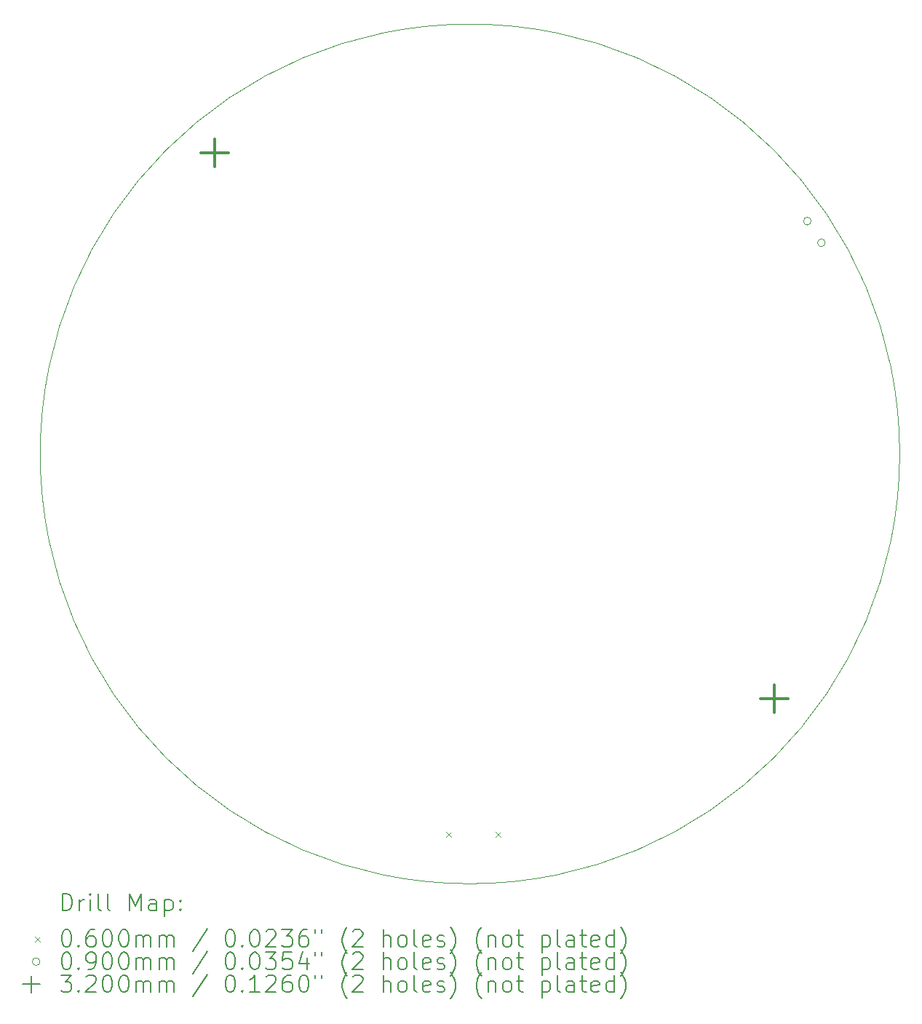
<source format=gbr>
%TF.GenerationSoftware,KiCad,Pcbnew,8.0.2*%
%TF.CreationDate,2025-04-19T12:26:09+02:00*%
%TF.ProjectId,WRadioLogo,57526164-696f-44c6-9f67-6f2e6b696361,rev?*%
%TF.SameCoordinates,Original*%
%TF.FileFunction,Drillmap*%
%TF.FilePolarity,Positive*%
%FSLAX45Y45*%
G04 Gerber Fmt 4.5, Leading zero omitted, Abs format (unit mm)*
G04 Created by KiCad (PCBNEW 8.0.2) date 2025-04-19 12:26:09*
%MOMM*%
%LPD*%
G01*
G04 APERTURE LIST*
%ADD10C,0.050000*%
%ADD11C,0.200000*%
%ADD12C,0.100000*%
%ADD13C,0.320000*%
G04 APERTURE END LIST*
D10*
X18563600Y-10002500D02*
G75*
G02*
X8563600Y-10002500I-5000000J0D01*
G01*
X8563600Y-10002500D02*
G75*
G02*
X18563600Y-10002500I5000000J0D01*
G01*
D11*
D12*
X13285500Y-14398650D02*
X13345500Y-14458650D01*
X13345500Y-14398650D02*
X13285500Y-14458650D01*
X13863500Y-14398650D02*
X13923500Y-14458650D01*
X13923500Y-14398650D02*
X13863500Y-14458650D01*
X17533304Y-7294199D02*
G75*
G02*
X17443304Y-7294199I-45000J0D01*
G01*
X17443304Y-7294199D02*
G75*
G02*
X17533304Y-7294199I45000J0D01*
G01*
X17696696Y-7545800D02*
G75*
G02*
X17606696Y-7545800I-45000J0D01*
G01*
X17606696Y-7545800D02*
G75*
G02*
X17696696Y-7545800I45000J0D01*
G01*
D13*
X10591800Y-6342400D02*
X10591800Y-6662400D01*
X10431800Y-6502400D02*
X10751800Y-6502400D01*
X17106900Y-12692400D02*
X17106900Y-13012400D01*
X16946900Y-12852400D02*
X17266900Y-12852400D01*
D11*
X8821877Y-15316484D02*
X8821877Y-15116484D01*
X8821877Y-15116484D02*
X8869496Y-15116484D01*
X8869496Y-15116484D02*
X8898067Y-15126008D01*
X8898067Y-15126008D02*
X8917115Y-15145055D01*
X8917115Y-15145055D02*
X8926639Y-15164103D01*
X8926639Y-15164103D02*
X8936163Y-15202198D01*
X8936163Y-15202198D02*
X8936163Y-15230769D01*
X8936163Y-15230769D02*
X8926639Y-15268865D01*
X8926639Y-15268865D02*
X8917115Y-15287912D01*
X8917115Y-15287912D02*
X8898067Y-15306960D01*
X8898067Y-15306960D02*
X8869496Y-15316484D01*
X8869496Y-15316484D02*
X8821877Y-15316484D01*
X9021877Y-15316484D02*
X9021877Y-15183150D01*
X9021877Y-15221246D02*
X9031401Y-15202198D01*
X9031401Y-15202198D02*
X9040924Y-15192674D01*
X9040924Y-15192674D02*
X9059972Y-15183150D01*
X9059972Y-15183150D02*
X9079020Y-15183150D01*
X9145686Y-15316484D02*
X9145686Y-15183150D01*
X9145686Y-15116484D02*
X9136163Y-15126008D01*
X9136163Y-15126008D02*
X9145686Y-15135531D01*
X9145686Y-15135531D02*
X9155210Y-15126008D01*
X9155210Y-15126008D02*
X9145686Y-15116484D01*
X9145686Y-15116484D02*
X9145686Y-15135531D01*
X9269496Y-15316484D02*
X9250448Y-15306960D01*
X9250448Y-15306960D02*
X9240924Y-15287912D01*
X9240924Y-15287912D02*
X9240924Y-15116484D01*
X9374258Y-15316484D02*
X9355210Y-15306960D01*
X9355210Y-15306960D02*
X9345686Y-15287912D01*
X9345686Y-15287912D02*
X9345686Y-15116484D01*
X9602829Y-15316484D02*
X9602829Y-15116484D01*
X9602829Y-15116484D02*
X9669496Y-15259341D01*
X9669496Y-15259341D02*
X9736163Y-15116484D01*
X9736163Y-15116484D02*
X9736163Y-15316484D01*
X9917115Y-15316484D02*
X9917115Y-15211722D01*
X9917115Y-15211722D02*
X9907591Y-15192674D01*
X9907591Y-15192674D02*
X9888544Y-15183150D01*
X9888544Y-15183150D02*
X9850448Y-15183150D01*
X9850448Y-15183150D02*
X9831401Y-15192674D01*
X9917115Y-15306960D02*
X9898067Y-15316484D01*
X9898067Y-15316484D02*
X9850448Y-15316484D01*
X9850448Y-15316484D02*
X9831401Y-15306960D01*
X9831401Y-15306960D02*
X9821877Y-15287912D01*
X9821877Y-15287912D02*
X9821877Y-15268865D01*
X9821877Y-15268865D02*
X9831401Y-15249817D01*
X9831401Y-15249817D02*
X9850448Y-15240293D01*
X9850448Y-15240293D02*
X9898067Y-15240293D01*
X9898067Y-15240293D02*
X9917115Y-15230769D01*
X10012353Y-15183150D02*
X10012353Y-15383150D01*
X10012353Y-15192674D02*
X10031401Y-15183150D01*
X10031401Y-15183150D02*
X10069496Y-15183150D01*
X10069496Y-15183150D02*
X10088544Y-15192674D01*
X10088544Y-15192674D02*
X10098067Y-15202198D01*
X10098067Y-15202198D02*
X10107591Y-15221246D01*
X10107591Y-15221246D02*
X10107591Y-15278388D01*
X10107591Y-15278388D02*
X10098067Y-15297436D01*
X10098067Y-15297436D02*
X10088544Y-15306960D01*
X10088544Y-15306960D02*
X10069496Y-15316484D01*
X10069496Y-15316484D02*
X10031401Y-15316484D01*
X10031401Y-15316484D02*
X10012353Y-15306960D01*
X10193305Y-15297436D02*
X10202829Y-15306960D01*
X10202829Y-15306960D02*
X10193305Y-15316484D01*
X10193305Y-15316484D02*
X10183782Y-15306960D01*
X10183782Y-15306960D02*
X10193305Y-15297436D01*
X10193305Y-15297436D02*
X10193305Y-15316484D01*
X10193305Y-15192674D02*
X10202829Y-15202198D01*
X10202829Y-15202198D02*
X10193305Y-15211722D01*
X10193305Y-15211722D02*
X10183782Y-15202198D01*
X10183782Y-15202198D02*
X10193305Y-15192674D01*
X10193305Y-15192674D02*
X10193305Y-15211722D01*
D12*
X8501100Y-15615000D02*
X8561100Y-15675000D01*
X8561100Y-15615000D02*
X8501100Y-15675000D01*
D11*
X8859972Y-15536484D02*
X8879020Y-15536484D01*
X8879020Y-15536484D02*
X8898067Y-15546008D01*
X8898067Y-15546008D02*
X8907591Y-15555531D01*
X8907591Y-15555531D02*
X8917115Y-15574579D01*
X8917115Y-15574579D02*
X8926639Y-15612674D01*
X8926639Y-15612674D02*
X8926639Y-15660293D01*
X8926639Y-15660293D02*
X8917115Y-15698388D01*
X8917115Y-15698388D02*
X8907591Y-15717436D01*
X8907591Y-15717436D02*
X8898067Y-15726960D01*
X8898067Y-15726960D02*
X8879020Y-15736484D01*
X8879020Y-15736484D02*
X8859972Y-15736484D01*
X8859972Y-15736484D02*
X8840924Y-15726960D01*
X8840924Y-15726960D02*
X8831401Y-15717436D01*
X8831401Y-15717436D02*
X8821877Y-15698388D01*
X8821877Y-15698388D02*
X8812353Y-15660293D01*
X8812353Y-15660293D02*
X8812353Y-15612674D01*
X8812353Y-15612674D02*
X8821877Y-15574579D01*
X8821877Y-15574579D02*
X8831401Y-15555531D01*
X8831401Y-15555531D02*
X8840924Y-15546008D01*
X8840924Y-15546008D02*
X8859972Y-15536484D01*
X9012353Y-15717436D02*
X9021877Y-15726960D01*
X9021877Y-15726960D02*
X9012353Y-15736484D01*
X9012353Y-15736484D02*
X9002829Y-15726960D01*
X9002829Y-15726960D02*
X9012353Y-15717436D01*
X9012353Y-15717436D02*
X9012353Y-15736484D01*
X9193305Y-15536484D02*
X9155210Y-15536484D01*
X9155210Y-15536484D02*
X9136163Y-15546008D01*
X9136163Y-15546008D02*
X9126639Y-15555531D01*
X9126639Y-15555531D02*
X9107591Y-15584103D01*
X9107591Y-15584103D02*
X9098067Y-15622198D01*
X9098067Y-15622198D02*
X9098067Y-15698388D01*
X9098067Y-15698388D02*
X9107591Y-15717436D01*
X9107591Y-15717436D02*
X9117115Y-15726960D01*
X9117115Y-15726960D02*
X9136163Y-15736484D01*
X9136163Y-15736484D02*
X9174258Y-15736484D01*
X9174258Y-15736484D02*
X9193305Y-15726960D01*
X9193305Y-15726960D02*
X9202829Y-15717436D01*
X9202829Y-15717436D02*
X9212353Y-15698388D01*
X9212353Y-15698388D02*
X9212353Y-15650769D01*
X9212353Y-15650769D02*
X9202829Y-15631722D01*
X9202829Y-15631722D02*
X9193305Y-15622198D01*
X9193305Y-15622198D02*
X9174258Y-15612674D01*
X9174258Y-15612674D02*
X9136163Y-15612674D01*
X9136163Y-15612674D02*
X9117115Y-15622198D01*
X9117115Y-15622198D02*
X9107591Y-15631722D01*
X9107591Y-15631722D02*
X9098067Y-15650769D01*
X9336163Y-15536484D02*
X9355210Y-15536484D01*
X9355210Y-15536484D02*
X9374258Y-15546008D01*
X9374258Y-15546008D02*
X9383782Y-15555531D01*
X9383782Y-15555531D02*
X9393305Y-15574579D01*
X9393305Y-15574579D02*
X9402829Y-15612674D01*
X9402829Y-15612674D02*
X9402829Y-15660293D01*
X9402829Y-15660293D02*
X9393305Y-15698388D01*
X9393305Y-15698388D02*
X9383782Y-15717436D01*
X9383782Y-15717436D02*
X9374258Y-15726960D01*
X9374258Y-15726960D02*
X9355210Y-15736484D01*
X9355210Y-15736484D02*
X9336163Y-15736484D01*
X9336163Y-15736484D02*
X9317115Y-15726960D01*
X9317115Y-15726960D02*
X9307591Y-15717436D01*
X9307591Y-15717436D02*
X9298067Y-15698388D01*
X9298067Y-15698388D02*
X9288544Y-15660293D01*
X9288544Y-15660293D02*
X9288544Y-15612674D01*
X9288544Y-15612674D02*
X9298067Y-15574579D01*
X9298067Y-15574579D02*
X9307591Y-15555531D01*
X9307591Y-15555531D02*
X9317115Y-15546008D01*
X9317115Y-15546008D02*
X9336163Y-15536484D01*
X9526639Y-15536484D02*
X9545686Y-15536484D01*
X9545686Y-15536484D02*
X9564734Y-15546008D01*
X9564734Y-15546008D02*
X9574258Y-15555531D01*
X9574258Y-15555531D02*
X9583782Y-15574579D01*
X9583782Y-15574579D02*
X9593305Y-15612674D01*
X9593305Y-15612674D02*
X9593305Y-15660293D01*
X9593305Y-15660293D02*
X9583782Y-15698388D01*
X9583782Y-15698388D02*
X9574258Y-15717436D01*
X9574258Y-15717436D02*
X9564734Y-15726960D01*
X9564734Y-15726960D02*
X9545686Y-15736484D01*
X9545686Y-15736484D02*
X9526639Y-15736484D01*
X9526639Y-15736484D02*
X9507591Y-15726960D01*
X9507591Y-15726960D02*
X9498067Y-15717436D01*
X9498067Y-15717436D02*
X9488544Y-15698388D01*
X9488544Y-15698388D02*
X9479020Y-15660293D01*
X9479020Y-15660293D02*
X9479020Y-15612674D01*
X9479020Y-15612674D02*
X9488544Y-15574579D01*
X9488544Y-15574579D02*
X9498067Y-15555531D01*
X9498067Y-15555531D02*
X9507591Y-15546008D01*
X9507591Y-15546008D02*
X9526639Y-15536484D01*
X9679020Y-15736484D02*
X9679020Y-15603150D01*
X9679020Y-15622198D02*
X9688544Y-15612674D01*
X9688544Y-15612674D02*
X9707591Y-15603150D01*
X9707591Y-15603150D02*
X9736163Y-15603150D01*
X9736163Y-15603150D02*
X9755210Y-15612674D01*
X9755210Y-15612674D02*
X9764734Y-15631722D01*
X9764734Y-15631722D02*
X9764734Y-15736484D01*
X9764734Y-15631722D02*
X9774258Y-15612674D01*
X9774258Y-15612674D02*
X9793305Y-15603150D01*
X9793305Y-15603150D02*
X9821877Y-15603150D01*
X9821877Y-15603150D02*
X9840925Y-15612674D01*
X9840925Y-15612674D02*
X9850448Y-15631722D01*
X9850448Y-15631722D02*
X9850448Y-15736484D01*
X9945686Y-15736484D02*
X9945686Y-15603150D01*
X9945686Y-15622198D02*
X9955210Y-15612674D01*
X9955210Y-15612674D02*
X9974258Y-15603150D01*
X9974258Y-15603150D02*
X10002829Y-15603150D01*
X10002829Y-15603150D02*
X10021877Y-15612674D01*
X10021877Y-15612674D02*
X10031401Y-15631722D01*
X10031401Y-15631722D02*
X10031401Y-15736484D01*
X10031401Y-15631722D02*
X10040925Y-15612674D01*
X10040925Y-15612674D02*
X10059972Y-15603150D01*
X10059972Y-15603150D02*
X10088544Y-15603150D01*
X10088544Y-15603150D02*
X10107591Y-15612674D01*
X10107591Y-15612674D02*
X10117115Y-15631722D01*
X10117115Y-15631722D02*
X10117115Y-15736484D01*
X10507591Y-15526960D02*
X10336163Y-15784103D01*
X10764734Y-15536484D02*
X10783782Y-15536484D01*
X10783782Y-15536484D02*
X10802829Y-15546008D01*
X10802829Y-15546008D02*
X10812353Y-15555531D01*
X10812353Y-15555531D02*
X10821877Y-15574579D01*
X10821877Y-15574579D02*
X10831401Y-15612674D01*
X10831401Y-15612674D02*
X10831401Y-15660293D01*
X10831401Y-15660293D02*
X10821877Y-15698388D01*
X10821877Y-15698388D02*
X10812353Y-15717436D01*
X10812353Y-15717436D02*
X10802829Y-15726960D01*
X10802829Y-15726960D02*
X10783782Y-15736484D01*
X10783782Y-15736484D02*
X10764734Y-15736484D01*
X10764734Y-15736484D02*
X10745687Y-15726960D01*
X10745687Y-15726960D02*
X10736163Y-15717436D01*
X10736163Y-15717436D02*
X10726639Y-15698388D01*
X10726639Y-15698388D02*
X10717115Y-15660293D01*
X10717115Y-15660293D02*
X10717115Y-15612674D01*
X10717115Y-15612674D02*
X10726639Y-15574579D01*
X10726639Y-15574579D02*
X10736163Y-15555531D01*
X10736163Y-15555531D02*
X10745687Y-15546008D01*
X10745687Y-15546008D02*
X10764734Y-15536484D01*
X10917115Y-15717436D02*
X10926639Y-15726960D01*
X10926639Y-15726960D02*
X10917115Y-15736484D01*
X10917115Y-15736484D02*
X10907591Y-15726960D01*
X10907591Y-15726960D02*
X10917115Y-15717436D01*
X10917115Y-15717436D02*
X10917115Y-15736484D01*
X11050448Y-15536484D02*
X11069496Y-15536484D01*
X11069496Y-15536484D02*
X11088544Y-15546008D01*
X11088544Y-15546008D02*
X11098068Y-15555531D01*
X11098068Y-15555531D02*
X11107591Y-15574579D01*
X11107591Y-15574579D02*
X11117115Y-15612674D01*
X11117115Y-15612674D02*
X11117115Y-15660293D01*
X11117115Y-15660293D02*
X11107591Y-15698388D01*
X11107591Y-15698388D02*
X11098068Y-15717436D01*
X11098068Y-15717436D02*
X11088544Y-15726960D01*
X11088544Y-15726960D02*
X11069496Y-15736484D01*
X11069496Y-15736484D02*
X11050448Y-15736484D01*
X11050448Y-15736484D02*
X11031401Y-15726960D01*
X11031401Y-15726960D02*
X11021877Y-15717436D01*
X11021877Y-15717436D02*
X11012353Y-15698388D01*
X11012353Y-15698388D02*
X11002829Y-15660293D01*
X11002829Y-15660293D02*
X11002829Y-15612674D01*
X11002829Y-15612674D02*
X11012353Y-15574579D01*
X11012353Y-15574579D02*
X11021877Y-15555531D01*
X11021877Y-15555531D02*
X11031401Y-15546008D01*
X11031401Y-15546008D02*
X11050448Y-15536484D01*
X11193306Y-15555531D02*
X11202829Y-15546008D01*
X11202829Y-15546008D02*
X11221877Y-15536484D01*
X11221877Y-15536484D02*
X11269496Y-15536484D01*
X11269496Y-15536484D02*
X11288544Y-15546008D01*
X11288544Y-15546008D02*
X11298067Y-15555531D01*
X11298067Y-15555531D02*
X11307591Y-15574579D01*
X11307591Y-15574579D02*
X11307591Y-15593627D01*
X11307591Y-15593627D02*
X11298067Y-15622198D01*
X11298067Y-15622198D02*
X11183782Y-15736484D01*
X11183782Y-15736484D02*
X11307591Y-15736484D01*
X11374258Y-15536484D02*
X11498067Y-15536484D01*
X11498067Y-15536484D02*
X11431401Y-15612674D01*
X11431401Y-15612674D02*
X11459972Y-15612674D01*
X11459972Y-15612674D02*
X11479020Y-15622198D01*
X11479020Y-15622198D02*
X11488544Y-15631722D01*
X11488544Y-15631722D02*
X11498067Y-15650769D01*
X11498067Y-15650769D02*
X11498067Y-15698388D01*
X11498067Y-15698388D02*
X11488544Y-15717436D01*
X11488544Y-15717436D02*
X11479020Y-15726960D01*
X11479020Y-15726960D02*
X11459972Y-15736484D01*
X11459972Y-15736484D02*
X11402829Y-15736484D01*
X11402829Y-15736484D02*
X11383782Y-15726960D01*
X11383782Y-15726960D02*
X11374258Y-15717436D01*
X11669496Y-15536484D02*
X11631401Y-15536484D01*
X11631401Y-15536484D02*
X11612353Y-15546008D01*
X11612353Y-15546008D02*
X11602829Y-15555531D01*
X11602829Y-15555531D02*
X11583782Y-15584103D01*
X11583782Y-15584103D02*
X11574258Y-15622198D01*
X11574258Y-15622198D02*
X11574258Y-15698388D01*
X11574258Y-15698388D02*
X11583782Y-15717436D01*
X11583782Y-15717436D02*
X11593306Y-15726960D01*
X11593306Y-15726960D02*
X11612353Y-15736484D01*
X11612353Y-15736484D02*
X11650448Y-15736484D01*
X11650448Y-15736484D02*
X11669496Y-15726960D01*
X11669496Y-15726960D02*
X11679020Y-15717436D01*
X11679020Y-15717436D02*
X11688544Y-15698388D01*
X11688544Y-15698388D02*
X11688544Y-15650769D01*
X11688544Y-15650769D02*
X11679020Y-15631722D01*
X11679020Y-15631722D02*
X11669496Y-15622198D01*
X11669496Y-15622198D02*
X11650448Y-15612674D01*
X11650448Y-15612674D02*
X11612353Y-15612674D01*
X11612353Y-15612674D02*
X11593306Y-15622198D01*
X11593306Y-15622198D02*
X11583782Y-15631722D01*
X11583782Y-15631722D02*
X11574258Y-15650769D01*
X11764734Y-15536484D02*
X11764734Y-15574579D01*
X11840925Y-15536484D02*
X11840925Y-15574579D01*
X12136163Y-15812674D02*
X12126639Y-15803150D01*
X12126639Y-15803150D02*
X12107591Y-15774579D01*
X12107591Y-15774579D02*
X12098068Y-15755531D01*
X12098068Y-15755531D02*
X12088544Y-15726960D01*
X12088544Y-15726960D02*
X12079020Y-15679341D01*
X12079020Y-15679341D02*
X12079020Y-15641246D01*
X12079020Y-15641246D02*
X12088544Y-15593627D01*
X12088544Y-15593627D02*
X12098068Y-15565055D01*
X12098068Y-15565055D02*
X12107591Y-15546008D01*
X12107591Y-15546008D02*
X12126639Y-15517436D01*
X12126639Y-15517436D02*
X12136163Y-15507912D01*
X12202829Y-15555531D02*
X12212353Y-15546008D01*
X12212353Y-15546008D02*
X12231401Y-15536484D01*
X12231401Y-15536484D02*
X12279020Y-15536484D01*
X12279020Y-15536484D02*
X12298068Y-15546008D01*
X12298068Y-15546008D02*
X12307591Y-15555531D01*
X12307591Y-15555531D02*
X12317115Y-15574579D01*
X12317115Y-15574579D02*
X12317115Y-15593627D01*
X12317115Y-15593627D02*
X12307591Y-15622198D01*
X12307591Y-15622198D02*
X12193306Y-15736484D01*
X12193306Y-15736484D02*
X12317115Y-15736484D01*
X12555210Y-15736484D02*
X12555210Y-15536484D01*
X12640925Y-15736484D02*
X12640925Y-15631722D01*
X12640925Y-15631722D02*
X12631401Y-15612674D01*
X12631401Y-15612674D02*
X12612353Y-15603150D01*
X12612353Y-15603150D02*
X12583782Y-15603150D01*
X12583782Y-15603150D02*
X12564734Y-15612674D01*
X12564734Y-15612674D02*
X12555210Y-15622198D01*
X12764734Y-15736484D02*
X12745687Y-15726960D01*
X12745687Y-15726960D02*
X12736163Y-15717436D01*
X12736163Y-15717436D02*
X12726639Y-15698388D01*
X12726639Y-15698388D02*
X12726639Y-15641246D01*
X12726639Y-15641246D02*
X12736163Y-15622198D01*
X12736163Y-15622198D02*
X12745687Y-15612674D01*
X12745687Y-15612674D02*
X12764734Y-15603150D01*
X12764734Y-15603150D02*
X12793306Y-15603150D01*
X12793306Y-15603150D02*
X12812353Y-15612674D01*
X12812353Y-15612674D02*
X12821877Y-15622198D01*
X12821877Y-15622198D02*
X12831401Y-15641246D01*
X12831401Y-15641246D02*
X12831401Y-15698388D01*
X12831401Y-15698388D02*
X12821877Y-15717436D01*
X12821877Y-15717436D02*
X12812353Y-15726960D01*
X12812353Y-15726960D02*
X12793306Y-15736484D01*
X12793306Y-15736484D02*
X12764734Y-15736484D01*
X12945687Y-15736484D02*
X12926639Y-15726960D01*
X12926639Y-15726960D02*
X12917115Y-15707912D01*
X12917115Y-15707912D02*
X12917115Y-15536484D01*
X13098068Y-15726960D02*
X13079020Y-15736484D01*
X13079020Y-15736484D02*
X13040925Y-15736484D01*
X13040925Y-15736484D02*
X13021877Y-15726960D01*
X13021877Y-15726960D02*
X13012353Y-15707912D01*
X13012353Y-15707912D02*
X13012353Y-15631722D01*
X13012353Y-15631722D02*
X13021877Y-15612674D01*
X13021877Y-15612674D02*
X13040925Y-15603150D01*
X13040925Y-15603150D02*
X13079020Y-15603150D01*
X13079020Y-15603150D02*
X13098068Y-15612674D01*
X13098068Y-15612674D02*
X13107591Y-15631722D01*
X13107591Y-15631722D02*
X13107591Y-15650769D01*
X13107591Y-15650769D02*
X13012353Y-15669817D01*
X13183782Y-15726960D02*
X13202830Y-15736484D01*
X13202830Y-15736484D02*
X13240925Y-15736484D01*
X13240925Y-15736484D02*
X13259972Y-15726960D01*
X13259972Y-15726960D02*
X13269496Y-15707912D01*
X13269496Y-15707912D02*
X13269496Y-15698388D01*
X13269496Y-15698388D02*
X13259972Y-15679341D01*
X13259972Y-15679341D02*
X13240925Y-15669817D01*
X13240925Y-15669817D02*
X13212353Y-15669817D01*
X13212353Y-15669817D02*
X13193306Y-15660293D01*
X13193306Y-15660293D02*
X13183782Y-15641246D01*
X13183782Y-15641246D02*
X13183782Y-15631722D01*
X13183782Y-15631722D02*
X13193306Y-15612674D01*
X13193306Y-15612674D02*
X13212353Y-15603150D01*
X13212353Y-15603150D02*
X13240925Y-15603150D01*
X13240925Y-15603150D02*
X13259972Y-15612674D01*
X13336163Y-15812674D02*
X13345687Y-15803150D01*
X13345687Y-15803150D02*
X13364734Y-15774579D01*
X13364734Y-15774579D02*
X13374258Y-15755531D01*
X13374258Y-15755531D02*
X13383782Y-15726960D01*
X13383782Y-15726960D02*
X13393306Y-15679341D01*
X13393306Y-15679341D02*
X13393306Y-15641246D01*
X13393306Y-15641246D02*
X13383782Y-15593627D01*
X13383782Y-15593627D02*
X13374258Y-15565055D01*
X13374258Y-15565055D02*
X13364734Y-15546008D01*
X13364734Y-15546008D02*
X13345687Y-15517436D01*
X13345687Y-15517436D02*
X13336163Y-15507912D01*
X13698068Y-15812674D02*
X13688544Y-15803150D01*
X13688544Y-15803150D02*
X13669496Y-15774579D01*
X13669496Y-15774579D02*
X13659972Y-15755531D01*
X13659972Y-15755531D02*
X13650449Y-15726960D01*
X13650449Y-15726960D02*
X13640925Y-15679341D01*
X13640925Y-15679341D02*
X13640925Y-15641246D01*
X13640925Y-15641246D02*
X13650449Y-15593627D01*
X13650449Y-15593627D02*
X13659972Y-15565055D01*
X13659972Y-15565055D02*
X13669496Y-15546008D01*
X13669496Y-15546008D02*
X13688544Y-15517436D01*
X13688544Y-15517436D02*
X13698068Y-15507912D01*
X13774258Y-15603150D02*
X13774258Y-15736484D01*
X13774258Y-15622198D02*
X13783782Y-15612674D01*
X13783782Y-15612674D02*
X13802830Y-15603150D01*
X13802830Y-15603150D02*
X13831401Y-15603150D01*
X13831401Y-15603150D02*
X13850449Y-15612674D01*
X13850449Y-15612674D02*
X13859972Y-15631722D01*
X13859972Y-15631722D02*
X13859972Y-15736484D01*
X13983782Y-15736484D02*
X13964734Y-15726960D01*
X13964734Y-15726960D02*
X13955211Y-15717436D01*
X13955211Y-15717436D02*
X13945687Y-15698388D01*
X13945687Y-15698388D02*
X13945687Y-15641246D01*
X13945687Y-15641246D02*
X13955211Y-15622198D01*
X13955211Y-15622198D02*
X13964734Y-15612674D01*
X13964734Y-15612674D02*
X13983782Y-15603150D01*
X13983782Y-15603150D02*
X14012353Y-15603150D01*
X14012353Y-15603150D02*
X14031401Y-15612674D01*
X14031401Y-15612674D02*
X14040925Y-15622198D01*
X14040925Y-15622198D02*
X14050449Y-15641246D01*
X14050449Y-15641246D02*
X14050449Y-15698388D01*
X14050449Y-15698388D02*
X14040925Y-15717436D01*
X14040925Y-15717436D02*
X14031401Y-15726960D01*
X14031401Y-15726960D02*
X14012353Y-15736484D01*
X14012353Y-15736484D02*
X13983782Y-15736484D01*
X14107592Y-15603150D02*
X14183782Y-15603150D01*
X14136163Y-15536484D02*
X14136163Y-15707912D01*
X14136163Y-15707912D02*
X14145687Y-15726960D01*
X14145687Y-15726960D02*
X14164734Y-15736484D01*
X14164734Y-15736484D02*
X14183782Y-15736484D01*
X14402830Y-15603150D02*
X14402830Y-15803150D01*
X14402830Y-15612674D02*
X14421877Y-15603150D01*
X14421877Y-15603150D02*
X14459973Y-15603150D01*
X14459973Y-15603150D02*
X14479020Y-15612674D01*
X14479020Y-15612674D02*
X14488544Y-15622198D01*
X14488544Y-15622198D02*
X14498068Y-15641246D01*
X14498068Y-15641246D02*
X14498068Y-15698388D01*
X14498068Y-15698388D02*
X14488544Y-15717436D01*
X14488544Y-15717436D02*
X14479020Y-15726960D01*
X14479020Y-15726960D02*
X14459973Y-15736484D01*
X14459973Y-15736484D02*
X14421877Y-15736484D01*
X14421877Y-15736484D02*
X14402830Y-15726960D01*
X14612353Y-15736484D02*
X14593306Y-15726960D01*
X14593306Y-15726960D02*
X14583782Y-15707912D01*
X14583782Y-15707912D02*
X14583782Y-15536484D01*
X14774258Y-15736484D02*
X14774258Y-15631722D01*
X14774258Y-15631722D02*
X14764734Y-15612674D01*
X14764734Y-15612674D02*
X14745687Y-15603150D01*
X14745687Y-15603150D02*
X14707592Y-15603150D01*
X14707592Y-15603150D02*
X14688544Y-15612674D01*
X14774258Y-15726960D02*
X14755211Y-15736484D01*
X14755211Y-15736484D02*
X14707592Y-15736484D01*
X14707592Y-15736484D02*
X14688544Y-15726960D01*
X14688544Y-15726960D02*
X14679020Y-15707912D01*
X14679020Y-15707912D02*
X14679020Y-15688865D01*
X14679020Y-15688865D02*
X14688544Y-15669817D01*
X14688544Y-15669817D02*
X14707592Y-15660293D01*
X14707592Y-15660293D02*
X14755211Y-15660293D01*
X14755211Y-15660293D02*
X14774258Y-15650769D01*
X14840925Y-15603150D02*
X14917115Y-15603150D01*
X14869496Y-15536484D02*
X14869496Y-15707912D01*
X14869496Y-15707912D02*
X14879020Y-15726960D01*
X14879020Y-15726960D02*
X14898068Y-15736484D01*
X14898068Y-15736484D02*
X14917115Y-15736484D01*
X15059973Y-15726960D02*
X15040925Y-15736484D01*
X15040925Y-15736484D02*
X15002830Y-15736484D01*
X15002830Y-15736484D02*
X14983782Y-15726960D01*
X14983782Y-15726960D02*
X14974258Y-15707912D01*
X14974258Y-15707912D02*
X14974258Y-15631722D01*
X14974258Y-15631722D02*
X14983782Y-15612674D01*
X14983782Y-15612674D02*
X15002830Y-15603150D01*
X15002830Y-15603150D02*
X15040925Y-15603150D01*
X15040925Y-15603150D02*
X15059973Y-15612674D01*
X15059973Y-15612674D02*
X15069496Y-15631722D01*
X15069496Y-15631722D02*
X15069496Y-15650769D01*
X15069496Y-15650769D02*
X14974258Y-15669817D01*
X15240925Y-15736484D02*
X15240925Y-15536484D01*
X15240925Y-15726960D02*
X15221877Y-15736484D01*
X15221877Y-15736484D02*
X15183782Y-15736484D01*
X15183782Y-15736484D02*
X15164734Y-15726960D01*
X15164734Y-15726960D02*
X15155211Y-15717436D01*
X15155211Y-15717436D02*
X15145687Y-15698388D01*
X15145687Y-15698388D02*
X15145687Y-15641246D01*
X15145687Y-15641246D02*
X15155211Y-15622198D01*
X15155211Y-15622198D02*
X15164734Y-15612674D01*
X15164734Y-15612674D02*
X15183782Y-15603150D01*
X15183782Y-15603150D02*
X15221877Y-15603150D01*
X15221877Y-15603150D02*
X15240925Y-15612674D01*
X15317115Y-15812674D02*
X15326639Y-15803150D01*
X15326639Y-15803150D02*
X15345687Y-15774579D01*
X15345687Y-15774579D02*
X15355211Y-15755531D01*
X15355211Y-15755531D02*
X15364734Y-15726960D01*
X15364734Y-15726960D02*
X15374258Y-15679341D01*
X15374258Y-15679341D02*
X15374258Y-15641246D01*
X15374258Y-15641246D02*
X15364734Y-15593627D01*
X15364734Y-15593627D02*
X15355211Y-15565055D01*
X15355211Y-15565055D02*
X15345687Y-15546008D01*
X15345687Y-15546008D02*
X15326639Y-15517436D01*
X15326639Y-15517436D02*
X15317115Y-15507912D01*
D12*
X8561100Y-15909000D02*
G75*
G02*
X8471100Y-15909000I-45000J0D01*
G01*
X8471100Y-15909000D02*
G75*
G02*
X8561100Y-15909000I45000J0D01*
G01*
D11*
X8859972Y-15800484D02*
X8879020Y-15800484D01*
X8879020Y-15800484D02*
X8898067Y-15810008D01*
X8898067Y-15810008D02*
X8907591Y-15819531D01*
X8907591Y-15819531D02*
X8917115Y-15838579D01*
X8917115Y-15838579D02*
X8926639Y-15876674D01*
X8926639Y-15876674D02*
X8926639Y-15924293D01*
X8926639Y-15924293D02*
X8917115Y-15962388D01*
X8917115Y-15962388D02*
X8907591Y-15981436D01*
X8907591Y-15981436D02*
X8898067Y-15990960D01*
X8898067Y-15990960D02*
X8879020Y-16000484D01*
X8879020Y-16000484D02*
X8859972Y-16000484D01*
X8859972Y-16000484D02*
X8840924Y-15990960D01*
X8840924Y-15990960D02*
X8831401Y-15981436D01*
X8831401Y-15981436D02*
X8821877Y-15962388D01*
X8821877Y-15962388D02*
X8812353Y-15924293D01*
X8812353Y-15924293D02*
X8812353Y-15876674D01*
X8812353Y-15876674D02*
X8821877Y-15838579D01*
X8821877Y-15838579D02*
X8831401Y-15819531D01*
X8831401Y-15819531D02*
X8840924Y-15810008D01*
X8840924Y-15810008D02*
X8859972Y-15800484D01*
X9012353Y-15981436D02*
X9021877Y-15990960D01*
X9021877Y-15990960D02*
X9012353Y-16000484D01*
X9012353Y-16000484D02*
X9002829Y-15990960D01*
X9002829Y-15990960D02*
X9012353Y-15981436D01*
X9012353Y-15981436D02*
X9012353Y-16000484D01*
X9117115Y-16000484D02*
X9155210Y-16000484D01*
X9155210Y-16000484D02*
X9174258Y-15990960D01*
X9174258Y-15990960D02*
X9183782Y-15981436D01*
X9183782Y-15981436D02*
X9202829Y-15952865D01*
X9202829Y-15952865D02*
X9212353Y-15914769D01*
X9212353Y-15914769D02*
X9212353Y-15838579D01*
X9212353Y-15838579D02*
X9202829Y-15819531D01*
X9202829Y-15819531D02*
X9193305Y-15810008D01*
X9193305Y-15810008D02*
X9174258Y-15800484D01*
X9174258Y-15800484D02*
X9136163Y-15800484D01*
X9136163Y-15800484D02*
X9117115Y-15810008D01*
X9117115Y-15810008D02*
X9107591Y-15819531D01*
X9107591Y-15819531D02*
X9098067Y-15838579D01*
X9098067Y-15838579D02*
X9098067Y-15886198D01*
X9098067Y-15886198D02*
X9107591Y-15905246D01*
X9107591Y-15905246D02*
X9117115Y-15914769D01*
X9117115Y-15914769D02*
X9136163Y-15924293D01*
X9136163Y-15924293D02*
X9174258Y-15924293D01*
X9174258Y-15924293D02*
X9193305Y-15914769D01*
X9193305Y-15914769D02*
X9202829Y-15905246D01*
X9202829Y-15905246D02*
X9212353Y-15886198D01*
X9336163Y-15800484D02*
X9355210Y-15800484D01*
X9355210Y-15800484D02*
X9374258Y-15810008D01*
X9374258Y-15810008D02*
X9383782Y-15819531D01*
X9383782Y-15819531D02*
X9393305Y-15838579D01*
X9393305Y-15838579D02*
X9402829Y-15876674D01*
X9402829Y-15876674D02*
X9402829Y-15924293D01*
X9402829Y-15924293D02*
X9393305Y-15962388D01*
X9393305Y-15962388D02*
X9383782Y-15981436D01*
X9383782Y-15981436D02*
X9374258Y-15990960D01*
X9374258Y-15990960D02*
X9355210Y-16000484D01*
X9355210Y-16000484D02*
X9336163Y-16000484D01*
X9336163Y-16000484D02*
X9317115Y-15990960D01*
X9317115Y-15990960D02*
X9307591Y-15981436D01*
X9307591Y-15981436D02*
X9298067Y-15962388D01*
X9298067Y-15962388D02*
X9288544Y-15924293D01*
X9288544Y-15924293D02*
X9288544Y-15876674D01*
X9288544Y-15876674D02*
X9298067Y-15838579D01*
X9298067Y-15838579D02*
X9307591Y-15819531D01*
X9307591Y-15819531D02*
X9317115Y-15810008D01*
X9317115Y-15810008D02*
X9336163Y-15800484D01*
X9526639Y-15800484D02*
X9545686Y-15800484D01*
X9545686Y-15800484D02*
X9564734Y-15810008D01*
X9564734Y-15810008D02*
X9574258Y-15819531D01*
X9574258Y-15819531D02*
X9583782Y-15838579D01*
X9583782Y-15838579D02*
X9593305Y-15876674D01*
X9593305Y-15876674D02*
X9593305Y-15924293D01*
X9593305Y-15924293D02*
X9583782Y-15962388D01*
X9583782Y-15962388D02*
X9574258Y-15981436D01*
X9574258Y-15981436D02*
X9564734Y-15990960D01*
X9564734Y-15990960D02*
X9545686Y-16000484D01*
X9545686Y-16000484D02*
X9526639Y-16000484D01*
X9526639Y-16000484D02*
X9507591Y-15990960D01*
X9507591Y-15990960D02*
X9498067Y-15981436D01*
X9498067Y-15981436D02*
X9488544Y-15962388D01*
X9488544Y-15962388D02*
X9479020Y-15924293D01*
X9479020Y-15924293D02*
X9479020Y-15876674D01*
X9479020Y-15876674D02*
X9488544Y-15838579D01*
X9488544Y-15838579D02*
X9498067Y-15819531D01*
X9498067Y-15819531D02*
X9507591Y-15810008D01*
X9507591Y-15810008D02*
X9526639Y-15800484D01*
X9679020Y-16000484D02*
X9679020Y-15867150D01*
X9679020Y-15886198D02*
X9688544Y-15876674D01*
X9688544Y-15876674D02*
X9707591Y-15867150D01*
X9707591Y-15867150D02*
X9736163Y-15867150D01*
X9736163Y-15867150D02*
X9755210Y-15876674D01*
X9755210Y-15876674D02*
X9764734Y-15895722D01*
X9764734Y-15895722D02*
X9764734Y-16000484D01*
X9764734Y-15895722D02*
X9774258Y-15876674D01*
X9774258Y-15876674D02*
X9793305Y-15867150D01*
X9793305Y-15867150D02*
X9821877Y-15867150D01*
X9821877Y-15867150D02*
X9840925Y-15876674D01*
X9840925Y-15876674D02*
X9850448Y-15895722D01*
X9850448Y-15895722D02*
X9850448Y-16000484D01*
X9945686Y-16000484D02*
X9945686Y-15867150D01*
X9945686Y-15886198D02*
X9955210Y-15876674D01*
X9955210Y-15876674D02*
X9974258Y-15867150D01*
X9974258Y-15867150D02*
X10002829Y-15867150D01*
X10002829Y-15867150D02*
X10021877Y-15876674D01*
X10021877Y-15876674D02*
X10031401Y-15895722D01*
X10031401Y-15895722D02*
X10031401Y-16000484D01*
X10031401Y-15895722D02*
X10040925Y-15876674D01*
X10040925Y-15876674D02*
X10059972Y-15867150D01*
X10059972Y-15867150D02*
X10088544Y-15867150D01*
X10088544Y-15867150D02*
X10107591Y-15876674D01*
X10107591Y-15876674D02*
X10117115Y-15895722D01*
X10117115Y-15895722D02*
X10117115Y-16000484D01*
X10507591Y-15790960D02*
X10336163Y-16048103D01*
X10764734Y-15800484D02*
X10783782Y-15800484D01*
X10783782Y-15800484D02*
X10802829Y-15810008D01*
X10802829Y-15810008D02*
X10812353Y-15819531D01*
X10812353Y-15819531D02*
X10821877Y-15838579D01*
X10821877Y-15838579D02*
X10831401Y-15876674D01*
X10831401Y-15876674D02*
X10831401Y-15924293D01*
X10831401Y-15924293D02*
X10821877Y-15962388D01*
X10821877Y-15962388D02*
X10812353Y-15981436D01*
X10812353Y-15981436D02*
X10802829Y-15990960D01*
X10802829Y-15990960D02*
X10783782Y-16000484D01*
X10783782Y-16000484D02*
X10764734Y-16000484D01*
X10764734Y-16000484D02*
X10745687Y-15990960D01*
X10745687Y-15990960D02*
X10736163Y-15981436D01*
X10736163Y-15981436D02*
X10726639Y-15962388D01*
X10726639Y-15962388D02*
X10717115Y-15924293D01*
X10717115Y-15924293D02*
X10717115Y-15876674D01*
X10717115Y-15876674D02*
X10726639Y-15838579D01*
X10726639Y-15838579D02*
X10736163Y-15819531D01*
X10736163Y-15819531D02*
X10745687Y-15810008D01*
X10745687Y-15810008D02*
X10764734Y-15800484D01*
X10917115Y-15981436D02*
X10926639Y-15990960D01*
X10926639Y-15990960D02*
X10917115Y-16000484D01*
X10917115Y-16000484D02*
X10907591Y-15990960D01*
X10907591Y-15990960D02*
X10917115Y-15981436D01*
X10917115Y-15981436D02*
X10917115Y-16000484D01*
X11050448Y-15800484D02*
X11069496Y-15800484D01*
X11069496Y-15800484D02*
X11088544Y-15810008D01*
X11088544Y-15810008D02*
X11098068Y-15819531D01*
X11098068Y-15819531D02*
X11107591Y-15838579D01*
X11107591Y-15838579D02*
X11117115Y-15876674D01*
X11117115Y-15876674D02*
X11117115Y-15924293D01*
X11117115Y-15924293D02*
X11107591Y-15962388D01*
X11107591Y-15962388D02*
X11098068Y-15981436D01*
X11098068Y-15981436D02*
X11088544Y-15990960D01*
X11088544Y-15990960D02*
X11069496Y-16000484D01*
X11069496Y-16000484D02*
X11050448Y-16000484D01*
X11050448Y-16000484D02*
X11031401Y-15990960D01*
X11031401Y-15990960D02*
X11021877Y-15981436D01*
X11021877Y-15981436D02*
X11012353Y-15962388D01*
X11012353Y-15962388D02*
X11002829Y-15924293D01*
X11002829Y-15924293D02*
X11002829Y-15876674D01*
X11002829Y-15876674D02*
X11012353Y-15838579D01*
X11012353Y-15838579D02*
X11021877Y-15819531D01*
X11021877Y-15819531D02*
X11031401Y-15810008D01*
X11031401Y-15810008D02*
X11050448Y-15800484D01*
X11183782Y-15800484D02*
X11307591Y-15800484D01*
X11307591Y-15800484D02*
X11240925Y-15876674D01*
X11240925Y-15876674D02*
X11269496Y-15876674D01*
X11269496Y-15876674D02*
X11288544Y-15886198D01*
X11288544Y-15886198D02*
X11298067Y-15895722D01*
X11298067Y-15895722D02*
X11307591Y-15914769D01*
X11307591Y-15914769D02*
X11307591Y-15962388D01*
X11307591Y-15962388D02*
X11298067Y-15981436D01*
X11298067Y-15981436D02*
X11288544Y-15990960D01*
X11288544Y-15990960D02*
X11269496Y-16000484D01*
X11269496Y-16000484D02*
X11212353Y-16000484D01*
X11212353Y-16000484D02*
X11193306Y-15990960D01*
X11193306Y-15990960D02*
X11183782Y-15981436D01*
X11488544Y-15800484D02*
X11393306Y-15800484D01*
X11393306Y-15800484D02*
X11383782Y-15895722D01*
X11383782Y-15895722D02*
X11393306Y-15886198D01*
X11393306Y-15886198D02*
X11412353Y-15876674D01*
X11412353Y-15876674D02*
X11459972Y-15876674D01*
X11459972Y-15876674D02*
X11479020Y-15886198D01*
X11479020Y-15886198D02*
X11488544Y-15895722D01*
X11488544Y-15895722D02*
X11498067Y-15914769D01*
X11498067Y-15914769D02*
X11498067Y-15962388D01*
X11498067Y-15962388D02*
X11488544Y-15981436D01*
X11488544Y-15981436D02*
X11479020Y-15990960D01*
X11479020Y-15990960D02*
X11459972Y-16000484D01*
X11459972Y-16000484D02*
X11412353Y-16000484D01*
X11412353Y-16000484D02*
X11393306Y-15990960D01*
X11393306Y-15990960D02*
X11383782Y-15981436D01*
X11669496Y-15867150D02*
X11669496Y-16000484D01*
X11621877Y-15790960D02*
X11574258Y-15933817D01*
X11574258Y-15933817D02*
X11698067Y-15933817D01*
X11764734Y-15800484D02*
X11764734Y-15838579D01*
X11840925Y-15800484D02*
X11840925Y-15838579D01*
X12136163Y-16076674D02*
X12126639Y-16067150D01*
X12126639Y-16067150D02*
X12107591Y-16038579D01*
X12107591Y-16038579D02*
X12098068Y-16019531D01*
X12098068Y-16019531D02*
X12088544Y-15990960D01*
X12088544Y-15990960D02*
X12079020Y-15943341D01*
X12079020Y-15943341D02*
X12079020Y-15905246D01*
X12079020Y-15905246D02*
X12088544Y-15857627D01*
X12088544Y-15857627D02*
X12098068Y-15829055D01*
X12098068Y-15829055D02*
X12107591Y-15810008D01*
X12107591Y-15810008D02*
X12126639Y-15781436D01*
X12126639Y-15781436D02*
X12136163Y-15771912D01*
X12202829Y-15819531D02*
X12212353Y-15810008D01*
X12212353Y-15810008D02*
X12231401Y-15800484D01*
X12231401Y-15800484D02*
X12279020Y-15800484D01*
X12279020Y-15800484D02*
X12298068Y-15810008D01*
X12298068Y-15810008D02*
X12307591Y-15819531D01*
X12307591Y-15819531D02*
X12317115Y-15838579D01*
X12317115Y-15838579D02*
X12317115Y-15857627D01*
X12317115Y-15857627D02*
X12307591Y-15886198D01*
X12307591Y-15886198D02*
X12193306Y-16000484D01*
X12193306Y-16000484D02*
X12317115Y-16000484D01*
X12555210Y-16000484D02*
X12555210Y-15800484D01*
X12640925Y-16000484D02*
X12640925Y-15895722D01*
X12640925Y-15895722D02*
X12631401Y-15876674D01*
X12631401Y-15876674D02*
X12612353Y-15867150D01*
X12612353Y-15867150D02*
X12583782Y-15867150D01*
X12583782Y-15867150D02*
X12564734Y-15876674D01*
X12564734Y-15876674D02*
X12555210Y-15886198D01*
X12764734Y-16000484D02*
X12745687Y-15990960D01*
X12745687Y-15990960D02*
X12736163Y-15981436D01*
X12736163Y-15981436D02*
X12726639Y-15962388D01*
X12726639Y-15962388D02*
X12726639Y-15905246D01*
X12726639Y-15905246D02*
X12736163Y-15886198D01*
X12736163Y-15886198D02*
X12745687Y-15876674D01*
X12745687Y-15876674D02*
X12764734Y-15867150D01*
X12764734Y-15867150D02*
X12793306Y-15867150D01*
X12793306Y-15867150D02*
X12812353Y-15876674D01*
X12812353Y-15876674D02*
X12821877Y-15886198D01*
X12821877Y-15886198D02*
X12831401Y-15905246D01*
X12831401Y-15905246D02*
X12831401Y-15962388D01*
X12831401Y-15962388D02*
X12821877Y-15981436D01*
X12821877Y-15981436D02*
X12812353Y-15990960D01*
X12812353Y-15990960D02*
X12793306Y-16000484D01*
X12793306Y-16000484D02*
X12764734Y-16000484D01*
X12945687Y-16000484D02*
X12926639Y-15990960D01*
X12926639Y-15990960D02*
X12917115Y-15971912D01*
X12917115Y-15971912D02*
X12917115Y-15800484D01*
X13098068Y-15990960D02*
X13079020Y-16000484D01*
X13079020Y-16000484D02*
X13040925Y-16000484D01*
X13040925Y-16000484D02*
X13021877Y-15990960D01*
X13021877Y-15990960D02*
X13012353Y-15971912D01*
X13012353Y-15971912D02*
X13012353Y-15895722D01*
X13012353Y-15895722D02*
X13021877Y-15876674D01*
X13021877Y-15876674D02*
X13040925Y-15867150D01*
X13040925Y-15867150D02*
X13079020Y-15867150D01*
X13079020Y-15867150D02*
X13098068Y-15876674D01*
X13098068Y-15876674D02*
X13107591Y-15895722D01*
X13107591Y-15895722D02*
X13107591Y-15914769D01*
X13107591Y-15914769D02*
X13012353Y-15933817D01*
X13183782Y-15990960D02*
X13202830Y-16000484D01*
X13202830Y-16000484D02*
X13240925Y-16000484D01*
X13240925Y-16000484D02*
X13259972Y-15990960D01*
X13259972Y-15990960D02*
X13269496Y-15971912D01*
X13269496Y-15971912D02*
X13269496Y-15962388D01*
X13269496Y-15962388D02*
X13259972Y-15943341D01*
X13259972Y-15943341D02*
X13240925Y-15933817D01*
X13240925Y-15933817D02*
X13212353Y-15933817D01*
X13212353Y-15933817D02*
X13193306Y-15924293D01*
X13193306Y-15924293D02*
X13183782Y-15905246D01*
X13183782Y-15905246D02*
X13183782Y-15895722D01*
X13183782Y-15895722D02*
X13193306Y-15876674D01*
X13193306Y-15876674D02*
X13212353Y-15867150D01*
X13212353Y-15867150D02*
X13240925Y-15867150D01*
X13240925Y-15867150D02*
X13259972Y-15876674D01*
X13336163Y-16076674D02*
X13345687Y-16067150D01*
X13345687Y-16067150D02*
X13364734Y-16038579D01*
X13364734Y-16038579D02*
X13374258Y-16019531D01*
X13374258Y-16019531D02*
X13383782Y-15990960D01*
X13383782Y-15990960D02*
X13393306Y-15943341D01*
X13393306Y-15943341D02*
X13393306Y-15905246D01*
X13393306Y-15905246D02*
X13383782Y-15857627D01*
X13383782Y-15857627D02*
X13374258Y-15829055D01*
X13374258Y-15829055D02*
X13364734Y-15810008D01*
X13364734Y-15810008D02*
X13345687Y-15781436D01*
X13345687Y-15781436D02*
X13336163Y-15771912D01*
X13698068Y-16076674D02*
X13688544Y-16067150D01*
X13688544Y-16067150D02*
X13669496Y-16038579D01*
X13669496Y-16038579D02*
X13659972Y-16019531D01*
X13659972Y-16019531D02*
X13650449Y-15990960D01*
X13650449Y-15990960D02*
X13640925Y-15943341D01*
X13640925Y-15943341D02*
X13640925Y-15905246D01*
X13640925Y-15905246D02*
X13650449Y-15857627D01*
X13650449Y-15857627D02*
X13659972Y-15829055D01*
X13659972Y-15829055D02*
X13669496Y-15810008D01*
X13669496Y-15810008D02*
X13688544Y-15781436D01*
X13688544Y-15781436D02*
X13698068Y-15771912D01*
X13774258Y-15867150D02*
X13774258Y-16000484D01*
X13774258Y-15886198D02*
X13783782Y-15876674D01*
X13783782Y-15876674D02*
X13802830Y-15867150D01*
X13802830Y-15867150D02*
X13831401Y-15867150D01*
X13831401Y-15867150D02*
X13850449Y-15876674D01*
X13850449Y-15876674D02*
X13859972Y-15895722D01*
X13859972Y-15895722D02*
X13859972Y-16000484D01*
X13983782Y-16000484D02*
X13964734Y-15990960D01*
X13964734Y-15990960D02*
X13955211Y-15981436D01*
X13955211Y-15981436D02*
X13945687Y-15962388D01*
X13945687Y-15962388D02*
X13945687Y-15905246D01*
X13945687Y-15905246D02*
X13955211Y-15886198D01*
X13955211Y-15886198D02*
X13964734Y-15876674D01*
X13964734Y-15876674D02*
X13983782Y-15867150D01*
X13983782Y-15867150D02*
X14012353Y-15867150D01*
X14012353Y-15867150D02*
X14031401Y-15876674D01*
X14031401Y-15876674D02*
X14040925Y-15886198D01*
X14040925Y-15886198D02*
X14050449Y-15905246D01*
X14050449Y-15905246D02*
X14050449Y-15962388D01*
X14050449Y-15962388D02*
X14040925Y-15981436D01*
X14040925Y-15981436D02*
X14031401Y-15990960D01*
X14031401Y-15990960D02*
X14012353Y-16000484D01*
X14012353Y-16000484D02*
X13983782Y-16000484D01*
X14107592Y-15867150D02*
X14183782Y-15867150D01*
X14136163Y-15800484D02*
X14136163Y-15971912D01*
X14136163Y-15971912D02*
X14145687Y-15990960D01*
X14145687Y-15990960D02*
X14164734Y-16000484D01*
X14164734Y-16000484D02*
X14183782Y-16000484D01*
X14402830Y-15867150D02*
X14402830Y-16067150D01*
X14402830Y-15876674D02*
X14421877Y-15867150D01*
X14421877Y-15867150D02*
X14459973Y-15867150D01*
X14459973Y-15867150D02*
X14479020Y-15876674D01*
X14479020Y-15876674D02*
X14488544Y-15886198D01*
X14488544Y-15886198D02*
X14498068Y-15905246D01*
X14498068Y-15905246D02*
X14498068Y-15962388D01*
X14498068Y-15962388D02*
X14488544Y-15981436D01*
X14488544Y-15981436D02*
X14479020Y-15990960D01*
X14479020Y-15990960D02*
X14459973Y-16000484D01*
X14459973Y-16000484D02*
X14421877Y-16000484D01*
X14421877Y-16000484D02*
X14402830Y-15990960D01*
X14612353Y-16000484D02*
X14593306Y-15990960D01*
X14593306Y-15990960D02*
X14583782Y-15971912D01*
X14583782Y-15971912D02*
X14583782Y-15800484D01*
X14774258Y-16000484D02*
X14774258Y-15895722D01*
X14774258Y-15895722D02*
X14764734Y-15876674D01*
X14764734Y-15876674D02*
X14745687Y-15867150D01*
X14745687Y-15867150D02*
X14707592Y-15867150D01*
X14707592Y-15867150D02*
X14688544Y-15876674D01*
X14774258Y-15990960D02*
X14755211Y-16000484D01*
X14755211Y-16000484D02*
X14707592Y-16000484D01*
X14707592Y-16000484D02*
X14688544Y-15990960D01*
X14688544Y-15990960D02*
X14679020Y-15971912D01*
X14679020Y-15971912D02*
X14679020Y-15952865D01*
X14679020Y-15952865D02*
X14688544Y-15933817D01*
X14688544Y-15933817D02*
X14707592Y-15924293D01*
X14707592Y-15924293D02*
X14755211Y-15924293D01*
X14755211Y-15924293D02*
X14774258Y-15914769D01*
X14840925Y-15867150D02*
X14917115Y-15867150D01*
X14869496Y-15800484D02*
X14869496Y-15971912D01*
X14869496Y-15971912D02*
X14879020Y-15990960D01*
X14879020Y-15990960D02*
X14898068Y-16000484D01*
X14898068Y-16000484D02*
X14917115Y-16000484D01*
X15059973Y-15990960D02*
X15040925Y-16000484D01*
X15040925Y-16000484D02*
X15002830Y-16000484D01*
X15002830Y-16000484D02*
X14983782Y-15990960D01*
X14983782Y-15990960D02*
X14974258Y-15971912D01*
X14974258Y-15971912D02*
X14974258Y-15895722D01*
X14974258Y-15895722D02*
X14983782Y-15876674D01*
X14983782Y-15876674D02*
X15002830Y-15867150D01*
X15002830Y-15867150D02*
X15040925Y-15867150D01*
X15040925Y-15867150D02*
X15059973Y-15876674D01*
X15059973Y-15876674D02*
X15069496Y-15895722D01*
X15069496Y-15895722D02*
X15069496Y-15914769D01*
X15069496Y-15914769D02*
X14974258Y-15933817D01*
X15240925Y-16000484D02*
X15240925Y-15800484D01*
X15240925Y-15990960D02*
X15221877Y-16000484D01*
X15221877Y-16000484D02*
X15183782Y-16000484D01*
X15183782Y-16000484D02*
X15164734Y-15990960D01*
X15164734Y-15990960D02*
X15155211Y-15981436D01*
X15155211Y-15981436D02*
X15145687Y-15962388D01*
X15145687Y-15962388D02*
X15145687Y-15905246D01*
X15145687Y-15905246D02*
X15155211Y-15886198D01*
X15155211Y-15886198D02*
X15164734Y-15876674D01*
X15164734Y-15876674D02*
X15183782Y-15867150D01*
X15183782Y-15867150D02*
X15221877Y-15867150D01*
X15221877Y-15867150D02*
X15240925Y-15876674D01*
X15317115Y-16076674D02*
X15326639Y-16067150D01*
X15326639Y-16067150D02*
X15345687Y-16038579D01*
X15345687Y-16038579D02*
X15355211Y-16019531D01*
X15355211Y-16019531D02*
X15364734Y-15990960D01*
X15364734Y-15990960D02*
X15374258Y-15943341D01*
X15374258Y-15943341D02*
X15374258Y-15905246D01*
X15374258Y-15905246D02*
X15364734Y-15857627D01*
X15364734Y-15857627D02*
X15355211Y-15829055D01*
X15355211Y-15829055D02*
X15345687Y-15810008D01*
X15345687Y-15810008D02*
X15326639Y-15781436D01*
X15326639Y-15781436D02*
X15317115Y-15771912D01*
X8461100Y-16073000D02*
X8461100Y-16273000D01*
X8361100Y-16173000D02*
X8561100Y-16173000D01*
X8802829Y-16064484D02*
X8926639Y-16064484D01*
X8926639Y-16064484D02*
X8859972Y-16140674D01*
X8859972Y-16140674D02*
X8888544Y-16140674D01*
X8888544Y-16140674D02*
X8907591Y-16150198D01*
X8907591Y-16150198D02*
X8917115Y-16159722D01*
X8917115Y-16159722D02*
X8926639Y-16178769D01*
X8926639Y-16178769D02*
X8926639Y-16226388D01*
X8926639Y-16226388D02*
X8917115Y-16245436D01*
X8917115Y-16245436D02*
X8907591Y-16254960D01*
X8907591Y-16254960D02*
X8888544Y-16264484D01*
X8888544Y-16264484D02*
X8831401Y-16264484D01*
X8831401Y-16264484D02*
X8812353Y-16254960D01*
X8812353Y-16254960D02*
X8802829Y-16245436D01*
X9012353Y-16245436D02*
X9021877Y-16254960D01*
X9021877Y-16254960D02*
X9012353Y-16264484D01*
X9012353Y-16264484D02*
X9002829Y-16254960D01*
X9002829Y-16254960D02*
X9012353Y-16245436D01*
X9012353Y-16245436D02*
X9012353Y-16264484D01*
X9098067Y-16083531D02*
X9107591Y-16074008D01*
X9107591Y-16074008D02*
X9126639Y-16064484D01*
X9126639Y-16064484D02*
X9174258Y-16064484D01*
X9174258Y-16064484D02*
X9193305Y-16074008D01*
X9193305Y-16074008D02*
X9202829Y-16083531D01*
X9202829Y-16083531D02*
X9212353Y-16102579D01*
X9212353Y-16102579D02*
X9212353Y-16121627D01*
X9212353Y-16121627D02*
X9202829Y-16150198D01*
X9202829Y-16150198D02*
X9088544Y-16264484D01*
X9088544Y-16264484D02*
X9212353Y-16264484D01*
X9336163Y-16064484D02*
X9355210Y-16064484D01*
X9355210Y-16064484D02*
X9374258Y-16074008D01*
X9374258Y-16074008D02*
X9383782Y-16083531D01*
X9383782Y-16083531D02*
X9393305Y-16102579D01*
X9393305Y-16102579D02*
X9402829Y-16140674D01*
X9402829Y-16140674D02*
X9402829Y-16188293D01*
X9402829Y-16188293D02*
X9393305Y-16226388D01*
X9393305Y-16226388D02*
X9383782Y-16245436D01*
X9383782Y-16245436D02*
X9374258Y-16254960D01*
X9374258Y-16254960D02*
X9355210Y-16264484D01*
X9355210Y-16264484D02*
X9336163Y-16264484D01*
X9336163Y-16264484D02*
X9317115Y-16254960D01*
X9317115Y-16254960D02*
X9307591Y-16245436D01*
X9307591Y-16245436D02*
X9298067Y-16226388D01*
X9298067Y-16226388D02*
X9288544Y-16188293D01*
X9288544Y-16188293D02*
X9288544Y-16140674D01*
X9288544Y-16140674D02*
X9298067Y-16102579D01*
X9298067Y-16102579D02*
X9307591Y-16083531D01*
X9307591Y-16083531D02*
X9317115Y-16074008D01*
X9317115Y-16074008D02*
X9336163Y-16064484D01*
X9526639Y-16064484D02*
X9545686Y-16064484D01*
X9545686Y-16064484D02*
X9564734Y-16074008D01*
X9564734Y-16074008D02*
X9574258Y-16083531D01*
X9574258Y-16083531D02*
X9583782Y-16102579D01*
X9583782Y-16102579D02*
X9593305Y-16140674D01*
X9593305Y-16140674D02*
X9593305Y-16188293D01*
X9593305Y-16188293D02*
X9583782Y-16226388D01*
X9583782Y-16226388D02*
X9574258Y-16245436D01*
X9574258Y-16245436D02*
X9564734Y-16254960D01*
X9564734Y-16254960D02*
X9545686Y-16264484D01*
X9545686Y-16264484D02*
X9526639Y-16264484D01*
X9526639Y-16264484D02*
X9507591Y-16254960D01*
X9507591Y-16254960D02*
X9498067Y-16245436D01*
X9498067Y-16245436D02*
X9488544Y-16226388D01*
X9488544Y-16226388D02*
X9479020Y-16188293D01*
X9479020Y-16188293D02*
X9479020Y-16140674D01*
X9479020Y-16140674D02*
X9488544Y-16102579D01*
X9488544Y-16102579D02*
X9498067Y-16083531D01*
X9498067Y-16083531D02*
X9507591Y-16074008D01*
X9507591Y-16074008D02*
X9526639Y-16064484D01*
X9679020Y-16264484D02*
X9679020Y-16131150D01*
X9679020Y-16150198D02*
X9688544Y-16140674D01*
X9688544Y-16140674D02*
X9707591Y-16131150D01*
X9707591Y-16131150D02*
X9736163Y-16131150D01*
X9736163Y-16131150D02*
X9755210Y-16140674D01*
X9755210Y-16140674D02*
X9764734Y-16159722D01*
X9764734Y-16159722D02*
X9764734Y-16264484D01*
X9764734Y-16159722D02*
X9774258Y-16140674D01*
X9774258Y-16140674D02*
X9793305Y-16131150D01*
X9793305Y-16131150D02*
X9821877Y-16131150D01*
X9821877Y-16131150D02*
X9840925Y-16140674D01*
X9840925Y-16140674D02*
X9850448Y-16159722D01*
X9850448Y-16159722D02*
X9850448Y-16264484D01*
X9945686Y-16264484D02*
X9945686Y-16131150D01*
X9945686Y-16150198D02*
X9955210Y-16140674D01*
X9955210Y-16140674D02*
X9974258Y-16131150D01*
X9974258Y-16131150D02*
X10002829Y-16131150D01*
X10002829Y-16131150D02*
X10021877Y-16140674D01*
X10021877Y-16140674D02*
X10031401Y-16159722D01*
X10031401Y-16159722D02*
X10031401Y-16264484D01*
X10031401Y-16159722D02*
X10040925Y-16140674D01*
X10040925Y-16140674D02*
X10059972Y-16131150D01*
X10059972Y-16131150D02*
X10088544Y-16131150D01*
X10088544Y-16131150D02*
X10107591Y-16140674D01*
X10107591Y-16140674D02*
X10117115Y-16159722D01*
X10117115Y-16159722D02*
X10117115Y-16264484D01*
X10507591Y-16054960D02*
X10336163Y-16312103D01*
X10764734Y-16064484D02*
X10783782Y-16064484D01*
X10783782Y-16064484D02*
X10802829Y-16074008D01*
X10802829Y-16074008D02*
X10812353Y-16083531D01*
X10812353Y-16083531D02*
X10821877Y-16102579D01*
X10821877Y-16102579D02*
X10831401Y-16140674D01*
X10831401Y-16140674D02*
X10831401Y-16188293D01*
X10831401Y-16188293D02*
X10821877Y-16226388D01*
X10821877Y-16226388D02*
X10812353Y-16245436D01*
X10812353Y-16245436D02*
X10802829Y-16254960D01*
X10802829Y-16254960D02*
X10783782Y-16264484D01*
X10783782Y-16264484D02*
X10764734Y-16264484D01*
X10764734Y-16264484D02*
X10745687Y-16254960D01*
X10745687Y-16254960D02*
X10736163Y-16245436D01*
X10736163Y-16245436D02*
X10726639Y-16226388D01*
X10726639Y-16226388D02*
X10717115Y-16188293D01*
X10717115Y-16188293D02*
X10717115Y-16140674D01*
X10717115Y-16140674D02*
X10726639Y-16102579D01*
X10726639Y-16102579D02*
X10736163Y-16083531D01*
X10736163Y-16083531D02*
X10745687Y-16074008D01*
X10745687Y-16074008D02*
X10764734Y-16064484D01*
X10917115Y-16245436D02*
X10926639Y-16254960D01*
X10926639Y-16254960D02*
X10917115Y-16264484D01*
X10917115Y-16264484D02*
X10907591Y-16254960D01*
X10907591Y-16254960D02*
X10917115Y-16245436D01*
X10917115Y-16245436D02*
X10917115Y-16264484D01*
X11117115Y-16264484D02*
X11002829Y-16264484D01*
X11059972Y-16264484D02*
X11059972Y-16064484D01*
X11059972Y-16064484D02*
X11040925Y-16093055D01*
X11040925Y-16093055D02*
X11021877Y-16112103D01*
X11021877Y-16112103D02*
X11002829Y-16121627D01*
X11193306Y-16083531D02*
X11202829Y-16074008D01*
X11202829Y-16074008D02*
X11221877Y-16064484D01*
X11221877Y-16064484D02*
X11269496Y-16064484D01*
X11269496Y-16064484D02*
X11288544Y-16074008D01*
X11288544Y-16074008D02*
X11298067Y-16083531D01*
X11298067Y-16083531D02*
X11307591Y-16102579D01*
X11307591Y-16102579D02*
X11307591Y-16121627D01*
X11307591Y-16121627D02*
X11298067Y-16150198D01*
X11298067Y-16150198D02*
X11183782Y-16264484D01*
X11183782Y-16264484D02*
X11307591Y-16264484D01*
X11479020Y-16064484D02*
X11440925Y-16064484D01*
X11440925Y-16064484D02*
X11421877Y-16074008D01*
X11421877Y-16074008D02*
X11412353Y-16083531D01*
X11412353Y-16083531D02*
X11393306Y-16112103D01*
X11393306Y-16112103D02*
X11383782Y-16150198D01*
X11383782Y-16150198D02*
X11383782Y-16226388D01*
X11383782Y-16226388D02*
X11393306Y-16245436D01*
X11393306Y-16245436D02*
X11402829Y-16254960D01*
X11402829Y-16254960D02*
X11421877Y-16264484D01*
X11421877Y-16264484D02*
X11459972Y-16264484D01*
X11459972Y-16264484D02*
X11479020Y-16254960D01*
X11479020Y-16254960D02*
X11488544Y-16245436D01*
X11488544Y-16245436D02*
X11498067Y-16226388D01*
X11498067Y-16226388D02*
X11498067Y-16178769D01*
X11498067Y-16178769D02*
X11488544Y-16159722D01*
X11488544Y-16159722D02*
X11479020Y-16150198D01*
X11479020Y-16150198D02*
X11459972Y-16140674D01*
X11459972Y-16140674D02*
X11421877Y-16140674D01*
X11421877Y-16140674D02*
X11402829Y-16150198D01*
X11402829Y-16150198D02*
X11393306Y-16159722D01*
X11393306Y-16159722D02*
X11383782Y-16178769D01*
X11621877Y-16064484D02*
X11640925Y-16064484D01*
X11640925Y-16064484D02*
X11659972Y-16074008D01*
X11659972Y-16074008D02*
X11669496Y-16083531D01*
X11669496Y-16083531D02*
X11679020Y-16102579D01*
X11679020Y-16102579D02*
X11688544Y-16140674D01*
X11688544Y-16140674D02*
X11688544Y-16188293D01*
X11688544Y-16188293D02*
X11679020Y-16226388D01*
X11679020Y-16226388D02*
X11669496Y-16245436D01*
X11669496Y-16245436D02*
X11659972Y-16254960D01*
X11659972Y-16254960D02*
X11640925Y-16264484D01*
X11640925Y-16264484D02*
X11621877Y-16264484D01*
X11621877Y-16264484D02*
X11602829Y-16254960D01*
X11602829Y-16254960D02*
X11593306Y-16245436D01*
X11593306Y-16245436D02*
X11583782Y-16226388D01*
X11583782Y-16226388D02*
X11574258Y-16188293D01*
X11574258Y-16188293D02*
X11574258Y-16140674D01*
X11574258Y-16140674D02*
X11583782Y-16102579D01*
X11583782Y-16102579D02*
X11593306Y-16083531D01*
X11593306Y-16083531D02*
X11602829Y-16074008D01*
X11602829Y-16074008D02*
X11621877Y-16064484D01*
X11764734Y-16064484D02*
X11764734Y-16102579D01*
X11840925Y-16064484D02*
X11840925Y-16102579D01*
X12136163Y-16340674D02*
X12126639Y-16331150D01*
X12126639Y-16331150D02*
X12107591Y-16302579D01*
X12107591Y-16302579D02*
X12098068Y-16283531D01*
X12098068Y-16283531D02*
X12088544Y-16254960D01*
X12088544Y-16254960D02*
X12079020Y-16207341D01*
X12079020Y-16207341D02*
X12079020Y-16169246D01*
X12079020Y-16169246D02*
X12088544Y-16121627D01*
X12088544Y-16121627D02*
X12098068Y-16093055D01*
X12098068Y-16093055D02*
X12107591Y-16074008D01*
X12107591Y-16074008D02*
X12126639Y-16045436D01*
X12126639Y-16045436D02*
X12136163Y-16035912D01*
X12202829Y-16083531D02*
X12212353Y-16074008D01*
X12212353Y-16074008D02*
X12231401Y-16064484D01*
X12231401Y-16064484D02*
X12279020Y-16064484D01*
X12279020Y-16064484D02*
X12298068Y-16074008D01*
X12298068Y-16074008D02*
X12307591Y-16083531D01*
X12307591Y-16083531D02*
X12317115Y-16102579D01*
X12317115Y-16102579D02*
X12317115Y-16121627D01*
X12317115Y-16121627D02*
X12307591Y-16150198D01*
X12307591Y-16150198D02*
X12193306Y-16264484D01*
X12193306Y-16264484D02*
X12317115Y-16264484D01*
X12555210Y-16264484D02*
X12555210Y-16064484D01*
X12640925Y-16264484D02*
X12640925Y-16159722D01*
X12640925Y-16159722D02*
X12631401Y-16140674D01*
X12631401Y-16140674D02*
X12612353Y-16131150D01*
X12612353Y-16131150D02*
X12583782Y-16131150D01*
X12583782Y-16131150D02*
X12564734Y-16140674D01*
X12564734Y-16140674D02*
X12555210Y-16150198D01*
X12764734Y-16264484D02*
X12745687Y-16254960D01*
X12745687Y-16254960D02*
X12736163Y-16245436D01*
X12736163Y-16245436D02*
X12726639Y-16226388D01*
X12726639Y-16226388D02*
X12726639Y-16169246D01*
X12726639Y-16169246D02*
X12736163Y-16150198D01*
X12736163Y-16150198D02*
X12745687Y-16140674D01*
X12745687Y-16140674D02*
X12764734Y-16131150D01*
X12764734Y-16131150D02*
X12793306Y-16131150D01*
X12793306Y-16131150D02*
X12812353Y-16140674D01*
X12812353Y-16140674D02*
X12821877Y-16150198D01*
X12821877Y-16150198D02*
X12831401Y-16169246D01*
X12831401Y-16169246D02*
X12831401Y-16226388D01*
X12831401Y-16226388D02*
X12821877Y-16245436D01*
X12821877Y-16245436D02*
X12812353Y-16254960D01*
X12812353Y-16254960D02*
X12793306Y-16264484D01*
X12793306Y-16264484D02*
X12764734Y-16264484D01*
X12945687Y-16264484D02*
X12926639Y-16254960D01*
X12926639Y-16254960D02*
X12917115Y-16235912D01*
X12917115Y-16235912D02*
X12917115Y-16064484D01*
X13098068Y-16254960D02*
X13079020Y-16264484D01*
X13079020Y-16264484D02*
X13040925Y-16264484D01*
X13040925Y-16264484D02*
X13021877Y-16254960D01*
X13021877Y-16254960D02*
X13012353Y-16235912D01*
X13012353Y-16235912D02*
X13012353Y-16159722D01*
X13012353Y-16159722D02*
X13021877Y-16140674D01*
X13021877Y-16140674D02*
X13040925Y-16131150D01*
X13040925Y-16131150D02*
X13079020Y-16131150D01*
X13079020Y-16131150D02*
X13098068Y-16140674D01*
X13098068Y-16140674D02*
X13107591Y-16159722D01*
X13107591Y-16159722D02*
X13107591Y-16178769D01*
X13107591Y-16178769D02*
X13012353Y-16197817D01*
X13183782Y-16254960D02*
X13202830Y-16264484D01*
X13202830Y-16264484D02*
X13240925Y-16264484D01*
X13240925Y-16264484D02*
X13259972Y-16254960D01*
X13259972Y-16254960D02*
X13269496Y-16235912D01*
X13269496Y-16235912D02*
X13269496Y-16226388D01*
X13269496Y-16226388D02*
X13259972Y-16207341D01*
X13259972Y-16207341D02*
X13240925Y-16197817D01*
X13240925Y-16197817D02*
X13212353Y-16197817D01*
X13212353Y-16197817D02*
X13193306Y-16188293D01*
X13193306Y-16188293D02*
X13183782Y-16169246D01*
X13183782Y-16169246D02*
X13183782Y-16159722D01*
X13183782Y-16159722D02*
X13193306Y-16140674D01*
X13193306Y-16140674D02*
X13212353Y-16131150D01*
X13212353Y-16131150D02*
X13240925Y-16131150D01*
X13240925Y-16131150D02*
X13259972Y-16140674D01*
X13336163Y-16340674D02*
X13345687Y-16331150D01*
X13345687Y-16331150D02*
X13364734Y-16302579D01*
X13364734Y-16302579D02*
X13374258Y-16283531D01*
X13374258Y-16283531D02*
X13383782Y-16254960D01*
X13383782Y-16254960D02*
X13393306Y-16207341D01*
X13393306Y-16207341D02*
X13393306Y-16169246D01*
X13393306Y-16169246D02*
X13383782Y-16121627D01*
X13383782Y-16121627D02*
X13374258Y-16093055D01*
X13374258Y-16093055D02*
X13364734Y-16074008D01*
X13364734Y-16074008D02*
X13345687Y-16045436D01*
X13345687Y-16045436D02*
X13336163Y-16035912D01*
X13698068Y-16340674D02*
X13688544Y-16331150D01*
X13688544Y-16331150D02*
X13669496Y-16302579D01*
X13669496Y-16302579D02*
X13659972Y-16283531D01*
X13659972Y-16283531D02*
X13650449Y-16254960D01*
X13650449Y-16254960D02*
X13640925Y-16207341D01*
X13640925Y-16207341D02*
X13640925Y-16169246D01*
X13640925Y-16169246D02*
X13650449Y-16121627D01*
X13650449Y-16121627D02*
X13659972Y-16093055D01*
X13659972Y-16093055D02*
X13669496Y-16074008D01*
X13669496Y-16074008D02*
X13688544Y-16045436D01*
X13688544Y-16045436D02*
X13698068Y-16035912D01*
X13774258Y-16131150D02*
X13774258Y-16264484D01*
X13774258Y-16150198D02*
X13783782Y-16140674D01*
X13783782Y-16140674D02*
X13802830Y-16131150D01*
X13802830Y-16131150D02*
X13831401Y-16131150D01*
X13831401Y-16131150D02*
X13850449Y-16140674D01*
X13850449Y-16140674D02*
X13859972Y-16159722D01*
X13859972Y-16159722D02*
X13859972Y-16264484D01*
X13983782Y-16264484D02*
X13964734Y-16254960D01*
X13964734Y-16254960D02*
X13955211Y-16245436D01*
X13955211Y-16245436D02*
X13945687Y-16226388D01*
X13945687Y-16226388D02*
X13945687Y-16169246D01*
X13945687Y-16169246D02*
X13955211Y-16150198D01*
X13955211Y-16150198D02*
X13964734Y-16140674D01*
X13964734Y-16140674D02*
X13983782Y-16131150D01*
X13983782Y-16131150D02*
X14012353Y-16131150D01*
X14012353Y-16131150D02*
X14031401Y-16140674D01*
X14031401Y-16140674D02*
X14040925Y-16150198D01*
X14040925Y-16150198D02*
X14050449Y-16169246D01*
X14050449Y-16169246D02*
X14050449Y-16226388D01*
X14050449Y-16226388D02*
X14040925Y-16245436D01*
X14040925Y-16245436D02*
X14031401Y-16254960D01*
X14031401Y-16254960D02*
X14012353Y-16264484D01*
X14012353Y-16264484D02*
X13983782Y-16264484D01*
X14107592Y-16131150D02*
X14183782Y-16131150D01*
X14136163Y-16064484D02*
X14136163Y-16235912D01*
X14136163Y-16235912D02*
X14145687Y-16254960D01*
X14145687Y-16254960D02*
X14164734Y-16264484D01*
X14164734Y-16264484D02*
X14183782Y-16264484D01*
X14402830Y-16131150D02*
X14402830Y-16331150D01*
X14402830Y-16140674D02*
X14421877Y-16131150D01*
X14421877Y-16131150D02*
X14459973Y-16131150D01*
X14459973Y-16131150D02*
X14479020Y-16140674D01*
X14479020Y-16140674D02*
X14488544Y-16150198D01*
X14488544Y-16150198D02*
X14498068Y-16169246D01*
X14498068Y-16169246D02*
X14498068Y-16226388D01*
X14498068Y-16226388D02*
X14488544Y-16245436D01*
X14488544Y-16245436D02*
X14479020Y-16254960D01*
X14479020Y-16254960D02*
X14459973Y-16264484D01*
X14459973Y-16264484D02*
X14421877Y-16264484D01*
X14421877Y-16264484D02*
X14402830Y-16254960D01*
X14612353Y-16264484D02*
X14593306Y-16254960D01*
X14593306Y-16254960D02*
X14583782Y-16235912D01*
X14583782Y-16235912D02*
X14583782Y-16064484D01*
X14774258Y-16264484D02*
X14774258Y-16159722D01*
X14774258Y-16159722D02*
X14764734Y-16140674D01*
X14764734Y-16140674D02*
X14745687Y-16131150D01*
X14745687Y-16131150D02*
X14707592Y-16131150D01*
X14707592Y-16131150D02*
X14688544Y-16140674D01*
X14774258Y-16254960D02*
X14755211Y-16264484D01*
X14755211Y-16264484D02*
X14707592Y-16264484D01*
X14707592Y-16264484D02*
X14688544Y-16254960D01*
X14688544Y-16254960D02*
X14679020Y-16235912D01*
X14679020Y-16235912D02*
X14679020Y-16216865D01*
X14679020Y-16216865D02*
X14688544Y-16197817D01*
X14688544Y-16197817D02*
X14707592Y-16188293D01*
X14707592Y-16188293D02*
X14755211Y-16188293D01*
X14755211Y-16188293D02*
X14774258Y-16178769D01*
X14840925Y-16131150D02*
X14917115Y-16131150D01*
X14869496Y-16064484D02*
X14869496Y-16235912D01*
X14869496Y-16235912D02*
X14879020Y-16254960D01*
X14879020Y-16254960D02*
X14898068Y-16264484D01*
X14898068Y-16264484D02*
X14917115Y-16264484D01*
X15059973Y-16254960D02*
X15040925Y-16264484D01*
X15040925Y-16264484D02*
X15002830Y-16264484D01*
X15002830Y-16264484D02*
X14983782Y-16254960D01*
X14983782Y-16254960D02*
X14974258Y-16235912D01*
X14974258Y-16235912D02*
X14974258Y-16159722D01*
X14974258Y-16159722D02*
X14983782Y-16140674D01*
X14983782Y-16140674D02*
X15002830Y-16131150D01*
X15002830Y-16131150D02*
X15040925Y-16131150D01*
X15040925Y-16131150D02*
X15059973Y-16140674D01*
X15059973Y-16140674D02*
X15069496Y-16159722D01*
X15069496Y-16159722D02*
X15069496Y-16178769D01*
X15069496Y-16178769D02*
X14974258Y-16197817D01*
X15240925Y-16264484D02*
X15240925Y-16064484D01*
X15240925Y-16254960D02*
X15221877Y-16264484D01*
X15221877Y-16264484D02*
X15183782Y-16264484D01*
X15183782Y-16264484D02*
X15164734Y-16254960D01*
X15164734Y-16254960D02*
X15155211Y-16245436D01*
X15155211Y-16245436D02*
X15145687Y-16226388D01*
X15145687Y-16226388D02*
X15145687Y-16169246D01*
X15145687Y-16169246D02*
X15155211Y-16150198D01*
X15155211Y-16150198D02*
X15164734Y-16140674D01*
X15164734Y-16140674D02*
X15183782Y-16131150D01*
X15183782Y-16131150D02*
X15221877Y-16131150D01*
X15221877Y-16131150D02*
X15240925Y-16140674D01*
X15317115Y-16340674D02*
X15326639Y-16331150D01*
X15326639Y-16331150D02*
X15345687Y-16302579D01*
X15345687Y-16302579D02*
X15355211Y-16283531D01*
X15355211Y-16283531D02*
X15364734Y-16254960D01*
X15364734Y-16254960D02*
X15374258Y-16207341D01*
X15374258Y-16207341D02*
X15374258Y-16169246D01*
X15374258Y-16169246D02*
X15364734Y-16121627D01*
X15364734Y-16121627D02*
X15355211Y-16093055D01*
X15355211Y-16093055D02*
X15345687Y-16074008D01*
X15345687Y-16074008D02*
X15326639Y-16045436D01*
X15326639Y-16045436D02*
X15317115Y-16035912D01*
M02*

</source>
